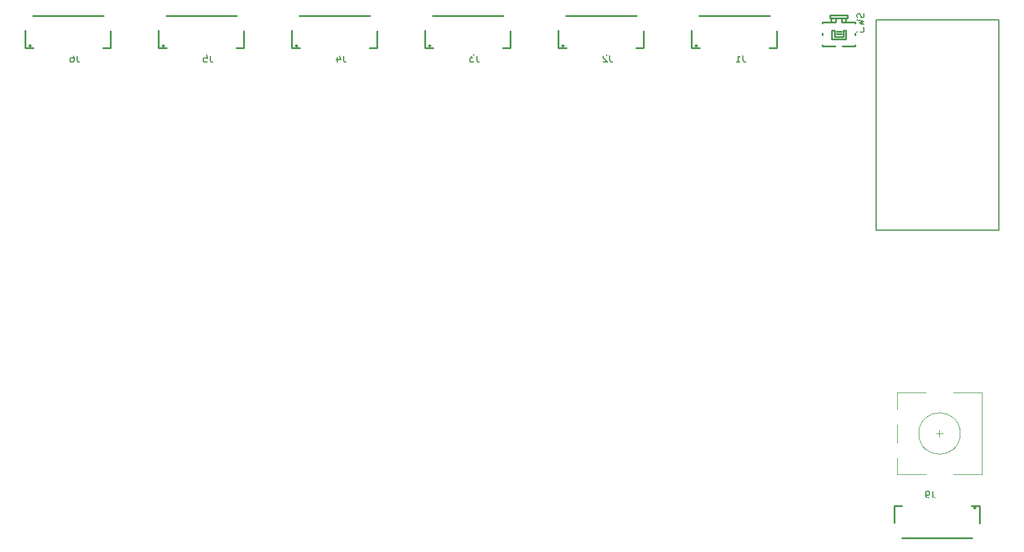
<source format=gbo>
G04 #@! TF.GenerationSoftware,KiCad,Pcbnew,7.0.8*
G04 #@! TF.CreationDate,2023-10-21T22:21:03-07:00*
G04 #@! TF.ProjectId,Seismos_5CoreL,53656973-6d6f-4735-9f35-436f72654c2e,rev?*
G04 #@! TF.SameCoordinates,Original*
G04 #@! TF.FileFunction,Legend,Bot*
G04 #@! TF.FilePolarity,Positive*
%FSLAX46Y46*%
G04 Gerber Fmt 4.6, Leading zero omitted, Abs format (unit mm)*
G04 Created by KiCad (PCBNEW 7.0.8) date 2023-10-21 22:21:03*
%MOMM*%
%LPD*%
G01*
G04 APERTURE LIST*
G04 Aperture macros list*
%AMFreePoly0*
4,1,6,0.600000,0.200000,0.000000,-0.400000,-0.600000,0.200000,-0.600000,0.400000,0.600000,0.400000,0.600000,0.200000,0.600000,0.200000,$1*%
%AMFreePoly1*
4,1,6,0.600000,-0.250000,-0.600000,-0.250000,-0.600000,1.000000,0.000000,0.400000,0.600000,1.000000,0.600000,-0.250000,0.600000,-0.250000,$1*%
G04 Aperture macros list end*
%ADD10C,0.150000*%
%ADD11C,0.120000*%
%ADD12C,0.254000*%
%ADD13C,0.250000*%
%ADD14C,0.100000*%
%ADD15C,2.000000*%
%ADD16R,3.200000X2.000000*%
%ADD17C,1.200000*%
%ADD18O,2.500000X1.700000*%
%ADD19C,3.200000*%
%ADD20R,1.700000X1.700000*%
%ADD21O,1.700000X1.700000*%
%ADD22C,0.900000*%
%ADD23C,1.400000*%
%ADD24C,1.600000*%
%ADD25R,1.600000X1.600000*%
%ADD26FreePoly0,270.000000*%
%ADD27FreePoly0,90.000000*%
%ADD28FreePoly1,90.000000*%
%ADD29FreePoly1,270.000000*%
%ADD30R,0.600000X1.700000*%
%ADD31R,1.200000X1.800000*%
%ADD32R,1.550000X1.000000*%
G04 APERTURE END LIST*
D10*
X40939160Y-26109819D02*
X40939160Y-26824104D01*
X40939160Y-26824104D02*
X40986779Y-26966961D01*
X40986779Y-26966961D02*
X41082017Y-27062200D01*
X41082017Y-27062200D02*
X41224874Y-27109819D01*
X41224874Y-27109819D02*
X41320112Y-27109819D01*
X40034398Y-26109819D02*
X40224874Y-26109819D01*
X40224874Y-26109819D02*
X40320112Y-26157438D01*
X40320112Y-26157438D02*
X40367731Y-26205057D01*
X40367731Y-26205057D02*
X40462969Y-26347914D01*
X40462969Y-26347914D02*
X40510588Y-26538390D01*
X40510588Y-26538390D02*
X40510588Y-26919342D01*
X40510588Y-26919342D02*
X40462969Y-27014580D01*
X40462969Y-27014580D02*
X40415350Y-27062200D01*
X40415350Y-27062200D02*
X40320112Y-27109819D01*
X40320112Y-27109819D02*
X40129636Y-27109819D01*
X40129636Y-27109819D02*
X40034398Y-27062200D01*
X40034398Y-27062200D02*
X39986779Y-27014580D01*
X39986779Y-27014580D02*
X39939160Y-26919342D01*
X39939160Y-26919342D02*
X39939160Y-26681247D01*
X39939160Y-26681247D02*
X39986779Y-26586009D01*
X39986779Y-26586009D02*
X40034398Y-26538390D01*
X40034398Y-26538390D02*
X40129636Y-26490771D01*
X40129636Y-26490771D02*
X40320112Y-26490771D01*
X40320112Y-26490771D02*
X40415350Y-26538390D01*
X40415350Y-26538390D02*
X40462969Y-26586009D01*
X40462969Y-26586009D02*
X40510588Y-26681247D01*
X60239160Y-26109819D02*
X60239160Y-26824104D01*
X60239160Y-26824104D02*
X60286779Y-26966961D01*
X60286779Y-26966961D02*
X60382017Y-27062200D01*
X60382017Y-27062200D02*
X60524874Y-27109819D01*
X60524874Y-27109819D02*
X60620112Y-27109819D01*
X59286779Y-26109819D02*
X59762969Y-26109819D01*
X59762969Y-26109819D02*
X59810588Y-26586009D01*
X59810588Y-26586009D02*
X59762969Y-26538390D01*
X59762969Y-26538390D02*
X59667731Y-26490771D01*
X59667731Y-26490771D02*
X59429636Y-26490771D01*
X59429636Y-26490771D02*
X59334398Y-26538390D01*
X59334398Y-26538390D02*
X59286779Y-26586009D01*
X59286779Y-26586009D02*
X59239160Y-26681247D01*
X59239160Y-26681247D02*
X59239160Y-26919342D01*
X59239160Y-26919342D02*
X59286779Y-27014580D01*
X59286779Y-27014580D02*
X59334398Y-27062200D01*
X59334398Y-27062200D02*
X59429636Y-27109819D01*
X59429636Y-27109819D02*
X59667731Y-27109819D01*
X59667731Y-27109819D02*
X59762969Y-27062200D01*
X59762969Y-27062200D02*
X59810588Y-27014580D01*
X154901700Y-20093673D02*
X154949319Y-20236530D01*
X154949319Y-20236530D02*
X154949319Y-20474625D01*
X154949319Y-20474625D02*
X154901700Y-20569863D01*
X154901700Y-20569863D02*
X154854080Y-20617482D01*
X154854080Y-20617482D02*
X154758842Y-20665101D01*
X154758842Y-20665101D02*
X154663604Y-20665101D01*
X154663604Y-20665101D02*
X154568366Y-20617482D01*
X154568366Y-20617482D02*
X154520747Y-20569863D01*
X154520747Y-20569863D02*
X154473128Y-20474625D01*
X154473128Y-20474625D02*
X154425509Y-20284149D01*
X154425509Y-20284149D02*
X154377890Y-20188911D01*
X154377890Y-20188911D02*
X154330271Y-20141292D01*
X154330271Y-20141292D02*
X154235033Y-20093673D01*
X154235033Y-20093673D02*
X154139795Y-20093673D01*
X154139795Y-20093673D02*
X154044557Y-20141292D01*
X154044557Y-20141292D02*
X153996938Y-20188911D01*
X153996938Y-20188911D02*
X153949319Y-20284149D01*
X153949319Y-20284149D02*
X153949319Y-20522244D01*
X153949319Y-20522244D02*
X153996938Y-20665101D01*
X153949319Y-20998435D02*
X154949319Y-21236530D01*
X154949319Y-21236530D02*
X154235033Y-21427006D01*
X154235033Y-21427006D02*
X154949319Y-21617482D01*
X154949319Y-21617482D02*
X153949319Y-21855578D01*
X153949319Y-22141292D02*
X153949319Y-22760339D01*
X153949319Y-22760339D02*
X154330271Y-22427006D01*
X154330271Y-22427006D02*
X154330271Y-22569863D01*
X154330271Y-22569863D02*
X154377890Y-22665101D01*
X154377890Y-22665101D02*
X154425509Y-22712720D01*
X154425509Y-22712720D02*
X154520747Y-22760339D01*
X154520747Y-22760339D02*
X154758842Y-22760339D01*
X154758842Y-22760339D02*
X154854080Y-22712720D01*
X154854080Y-22712720D02*
X154901700Y-22665101D01*
X154901700Y-22665101D02*
X154949319Y-22569863D01*
X154949319Y-22569863D02*
X154949319Y-22284149D01*
X154949319Y-22284149D02*
X154901700Y-22188911D01*
X154901700Y-22188911D02*
X154854080Y-22141292D01*
X137439160Y-26109819D02*
X137439160Y-26824104D01*
X137439160Y-26824104D02*
X137486779Y-26966961D01*
X137486779Y-26966961D02*
X137582017Y-27062200D01*
X137582017Y-27062200D02*
X137724874Y-27109819D01*
X137724874Y-27109819D02*
X137820112Y-27109819D01*
X136439160Y-27109819D02*
X137010588Y-27109819D01*
X136724874Y-27109819D02*
X136724874Y-26109819D01*
X136724874Y-26109819D02*
X136820112Y-26252676D01*
X136820112Y-26252676D02*
X136915350Y-26347914D01*
X136915350Y-26347914D02*
X137010588Y-26395533D01*
X164877506Y-89299819D02*
X164877506Y-90014104D01*
X164877506Y-90014104D02*
X164925125Y-90156961D01*
X164925125Y-90156961D02*
X165020363Y-90252200D01*
X165020363Y-90252200D02*
X165163220Y-90299819D01*
X165163220Y-90299819D02*
X165258458Y-90299819D01*
X164353696Y-90299819D02*
X164163220Y-90299819D01*
X164163220Y-90299819D02*
X164067982Y-90252200D01*
X164067982Y-90252200D02*
X164020363Y-90204580D01*
X164020363Y-90204580D02*
X163925125Y-90061723D01*
X163925125Y-90061723D02*
X163877506Y-89871247D01*
X163877506Y-89871247D02*
X163877506Y-89490295D01*
X163877506Y-89490295D02*
X163925125Y-89395057D01*
X163925125Y-89395057D02*
X163972744Y-89347438D01*
X163972744Y-89347438D02*
X164067982Y-89299819D01*
X164067982Y-89299819D02*
X164258458Y-89299819D01*
X164258458Y-89299819D02*
X164353696Y-89347438D01*
X164353696Y-89347438D02*
X164401315Y-89395057D01*
X164401315Y-89395057D02*
X164448934Y-89490295D01*
X164448934Y-89490295D02*
X164448934Y-89728390D01*
X164448934Y-89728390D02*
X164401315Y-89823628D01*
X164401315Y-89823628D02*
X164353696Y-89871247D01*
X164353696Y-89871247D02*
X164258458Y-89918866D01*
X164258458Y-89918866D02*
X164067982Y-89918866D01*
X164067982Y-89918866D02*
X163972744Y-89871247D01*
X163972744Y-89871247D02*
X163925125Y-89823628D01*
X163925125Y-89823628D02*
X163877506Y-89728390D01*
X98839160Y-26109819D02*
X98839160Y-26824104D01*
X98839160Y-26824104D02*
X98886779Y-26966961D01*
X98886779Y-26966961D02*
X98982017Y-27062200D01*
X98982017Y-27062200D02*
X99124874Y-27109819D01*
X99124874Y-27109819D02*
X99220112Y-27109819D01*
X98458207Y-26109819D02*
X97839160Y-26109819D01*
X97839160Y-26109819D02*
X98172493Y-26490771D01*
X98172493Y-26490771D02*
X98029636Y-26490771D01*
X98029636Y-26490771D02*
X97934398Y-26538390D01*
X97934398Y-26538390D02*
X97886779Y-26586009D01*
X97886779Y-26586009D02*
X97839160Y-26681247D01*
X97839160Y-26681247D02*
X97839160Y-26919342D01*
X97839160Y-26919342D02*
X97886779Y-27014580D01*
X97886779Y-27014580D02*
X97934398Y-27062200D01*
X97934398Y-27062200D02*
X98029636Y-27109819D01*
X98029636Y-27109819D02*
X98315350Y-27109819D01*
X98315350Y-27109819D02*
X98410588Y-27062200D01*
X98410588Y-27062200D02*
X98458207Y-27014580D01*
X79539160Y-26109819D02*
X79539160Y-26824104D01*
X79539160Y-26824104D02*
X79586779Y-26966961D01*
X79586779Y-26966961D02*
X79682017Y-27062200D01*
X79682017Y-27062200D02*
X79824874Y-27109819D01*
X79824874Y-27109819D02*
X79920112Y-27109819D01*
X78634398Y-26443152D02*
X78634398Y-27109819D01*
X78872493Y-26062200D02*
X79110588Y-26776485D01*
X79110588Y-26776485D02*
X78491541Y-26776485D01*
X118139160Y-26109819D02*
X118139160Y-26824104D01*
X118139160Y-26824104D02*
X118186779Y-26966961D01*
X118186779Y-26966961D02*
X118282017Y-27062200D01*
X118282017Y-27062200D02*
X118424874Y-27109819D01*
X118424874Y-27109819D02*
X118520112Y-27109819D01*
X117710588Y-26205057D02*
X117662969Y-26157438D01*
X117662969Y-26157438D02*
X117567731Y-26109819D01*
X117567731Y-26109819D02*
X117329636Y-26109819D01*
X117329636Y-26109819D02*
X117234398Y-26157438D01*
X117234398Y-26157438D02*
X117186779Y-26205057D01*
X117186779Y-26205057D02*
X117139160Y-26300295D01*
X117139160Y-26300295D02*
X117139160Y-26395533D01*
X117139160Y-26395533D02*
X117186779Y-26538390D01*
X117186779Y-26538390D02*
X117758207Y-27109819D01*
X117758207Y-27109819D02*
X117139160Y-27109819D01*
D11*
X171990000Y-86860000D02*
X171990000Y-75060000D01*
X167890000Y-86860000D02*
X171990000Y-86860000D01*
X167890000Y-75060000D02*
X171990000Y-75060000D01*
X166390000Y-80960000D02*
X165390000Y-80960000D01*
X165890000Y-81460000D02*
X165890000Y-80460000D01*
X163890000Y-86860000D02*
X159790000Y-86860000D01*
X159790000Y-86860000D02*
X159790000Y-84460000D01*
X159790000Y-82260000D02*
X159790000Y-79660000D01*
X159790000Y-77460000D02*
X159790000Y-75060000D01*
X159790000Y-75060000D02*
X163890000Y-75060000D01*
X168890000Y-80960000D02*
G75*
G03*
X168890000Y-80960000I-3000000J0D01*
G01*
D10*
X174526000Y-21016000D02*
X174526000Y-51496000D01*
X156746000Y-21016000D02*
X174526000Y-21016000D01*
X156746000Y-21016000D02*
X156746000Y-51496000D01*
X174526000Y-51496000D02*
X156746000Y-51496000D01*
D12*
X33450000Y-22538000D02*
X33450000Y-25078000D01*
X33450000Y-25078000D02*
X34619000Y-25078000D01*
X44681000Y-25078000D02*
X45790000Y-25078000D01*
X44758000Y-20400000D02*
X34542000Y-20400000D01*
X45790000Y-25078000D02*
X45790000Y-22641000D01*
X34275000Y-24760000D02*
G75*
G03*
X34275000Y-24760000I-125000J0D01*
G01*
X52750000Y-22538000D02*
X52750000Y-25078000D01*
X52750000Y-25078000D02*
X53919000Y-25078000D01*
X63981000Y-25078000D02*
X65090000Y-25078000D01*
X64058000Y-20400000D02*
X53842000Y-20400000D01*
X65090000Y-25078000D02*
X65090000Y-22641000D01*
X53575000Y-24760000D02*
G75*
G03*
X53575000Y-24760000I-125000J0D01*
G01*
X148937500Y-24799500D02*
X148937500Y-24630500D01*
X150748500Y-24799500D02*
X149001500Y-24799500D01*
X153637500Y-24799500D02*
X151826500Y-24799500D01*
X153637500Y-24630500D02*
X153637500Y-24799500D01*
X150271500Y-23811500D02*
X152303500Y-23811500D01*
X152303500Y-23811500D02*
X152303500Y-22541500D01*
X150652500Y-23430500D02*
X151922500Y-23430500D01*
X151922500Y-23430500D02*
X151922500Y-22541500D01*
X148937500Y-23168500D02*
X148937500Y-22930500D01*
X150906500Y-23049500D02*
X151668500Y-23049500D01*
X153637500Y-22930500D02*
X153637500Y-23168500D01*
X150906500Y-22668500D02*
X151668500Y-22668500D01*
X150271500Y-22541500D02*
X150271500Y-23811500D01*
X150271500Y-22541500D02*
X150652500Y-22541500D01*
X150652500Y-22541500D02*
X150652500Y-23430500D01*
X151922500Y-22541500D02*
X152303500Y-22541500D01*
X148937500Y-21468500D02*
X148937500Y-21299500D01*
X150748500Y-21299500D02*
X148937500Y-21299500D01*
X153637500Y-21299500D02*
X153637500Y-21468500D01*
X153637500Y-21299500D02*
X151826500Y-21299500D01*
X149987500Y-20763500D02*
X152587500Y-20763500D01*
X150196500Y-20763500D02*
X150196500Y-21299500D01*
X150858500Y-20763500D02*
X150858500Y-21299500D01*
X151713500Y-20763500D02*
X151713500Y-21299500D01*
X152281500Y-20763500D02*
X152281500Y-21299500D01*
X149987500Y-20299500D02*
X149987500Y-20763500D01*
X149987500Y-20299500D02*
X152587500Y-20299500D01*
X152587500Y-20299500D02*
X152587500Y-20763500D01*
X129950000Y-22538000D02*
X129950000Y-25078000D01*
X129950000Y-25078000D02*
X131119000Y-25078000D01*
X141181000Y-25078000D02*
X142290000Y-25078000D01*
X141258000Y-20400000D02*
X131042000Y-20400000D01*
X142290000Y-25078000D02*
X142290000Y-22641000D01*
X130775000Y-24760000D02*
G75*
G03*
X130775000Y-24760000I-125000J0D01*
G01*
X171700000Y-93962000D02*
X171700000Y-91422000D01*
X171700000Y-91422000D02*
X170531000Y-91422000D01*
X160469000Y-91422000D02*
X159360000Y-91422000D01*
X160392000Y-96100000D02*
X170608000Y-96100000D01*
X159360000Y-91422000D02*
X159360000Y-93859000D01*
X171125000Y-91740000D02*
G75*
G03*
X171125000Y-91740000I-125000J0D01*
G01*
X91350000Y-22538000D02*
X91350000Y-25078000D01*
X91350000Y-25078000D02*
X92519000Y-25078000D01*
X102581000Y-25078000D02*
X103690000Y-25078000D01*
X102658000Y-20400000D02*
X92442000Y-20400000D01*
X103690000Y-25078000D02*
X103690000Y-22641000D01*
X92175000Y-24760000D02*
G75*
G03*
X92175000Y-24760000I-125000J0D01*
G01*
X72050000Y-22538000D02*
X72050000Y-25078000D01*
X72050000Y-25078000D02*
X73219000Y-25078000D01*
X83281000Y-25078000D02*
X84390000Y-25078000D01*
X83358000Y-20400000D02*
X73142000Y-20400000D01*
X84390000Y-25078000D02*
X84390000Y-22641000D01*
X72875000Y-24760000D02*
G75*
G03*
X72875000Y-24760000I-125000J0D01*
G01*
X110650000Y-22538000D02*
X110650000Y-25078000D01*
X110650000Y-25078000D02*
X111819000Y-25078000D01*
X121881000Y-25078000D02*
X122990000Y-25078000D01*
X121958000Y-20400000D02*
X111742000Y-20400000D01*
X122990000Y-25078000D02*
X122990000Y-22641000D01*
X111475000Y-24760000D02*
G75*
G03*
X111475000Y-24760000I-125000J0D01*
G01*
%LPC*%
D13*
X166523000Y-22286000D02*
G75*
G03*
X166523000Y-22286000I-125000J0D01*
G01*
X164999000Y-22286000D02*
G75*
G03*
X164999000Y-22286000I-125000J0D01*
G01*
X166523000Y-24826000D02*
G75*
G03*
X166523000Y-24826000I-125000J0D01*
G01*
X164999000Y-24826000D02*
G75*
G03*
X164999000Y-24826000I-125000J0D01*
G01*
X166523000Y-27366000D02*
G75*
G03*
X166523000Y-27366000I-125000J0D01*
G01*
X164999000Y-27366000D02*
G75*
G03*
X164999000Y-27366000I-125000J0D01*
G01*
X166523000Y-29906000D02*
G75*
G03*
X166523000Y-29906000I-125000J0D01*
G01*
X164999000Y-29906000D02*
G75*
G03*
X164999000Y-29906000I-125000J0D01*
G01*
X166523000Y-32446000D02*
G75*
G03*
X166523000Y-32446000I-125000J0D01*
G01*
X164999000Y-32446000D02*
G75*
G03*
X164999000Y-32446000I-125000J0D01*
G01*
X166523000Y-34986000D02*
G75*
G03*
X166523000Y-34986000I-125000J0D01*
G01*
X164999000Y-34986000D02*
G75*
G03*
X164999000Y-34986000I-125000J0D01*
G01*
X166523000Y-37526000D02*
G75*
G03*
X166523000Y-37526000I-125000J0D01*
G01*
X164999000Y-37526000D02*
G75*
G03*
X164999000Y-37526000I-125000J0D01*
G01*
X166523000Y-40066000D02*
G75*
G03*
X166523000Y-40066000I-125000J0D01*
G01*
X164999000Y-40066000D02*
G75*
G03*
X164999000Y-40066000I-125000J0D01*
G01*
X166523000Y-42606000D02*
G75*
G03*
X166523000Y-42606000I-125000J0D01*
G01*
X164999000Y-42606000D02*
G75*
G03*
X164999000Y-42606000I-125000J0D01*
G01*
X166523000Y-45146000D02*
G75*
G03*
X166523000Y-45146000I-125000J0D01*
G01*
X164999000Y-45146000D02*
G75*
G03*
X164999000Y-45146000I-125000J0D01*
G01*
X166523000Y-47686000D02*
G75*
G03*
X166523000Y-47686000I-125000J0D01*
G01*
X164999000Y-47686000D02*
G75*
G03*
X164999000Y-47686000I-125000J0D01*
G01*
X166523000Y-50226000D02*
G75*
G03*
X166523000Y-50226000I-125000J0D01*
G01*
X164999000Y-50226000D02*
G75*
G03*
X164999000Y-50226000I-125000J0D01*
G01*
D14*
X160556000Y-22794000D02*
X159540000Y-22794000D01*
X159540000Y-21778000D01*
X160556000Y-21778000D01*
X160556000Y-22794000D01*
G36*
X160556000Y-22794000D02*
G01*
X159540000Y-22794000D01*
X159540000Y-21778000D01*
X160556000Y-21778000D01*
X160556000Y-22794000D01*
G37*
X171732000Y-22794000D02*
X170716000Y-22794000D01*
X170716000Y-21778000D01*
X171732000Y-21778000D01*
X171732000Y-22794000D01*
G36*
X171732000Y-22794000D02*
G01*
X170716000Y-22794000D01*
X170716000Y-21778000D01*
X171732000Y-21778000D01*
X171732000Y-22794000D01*
G37*
X160556000Y-25334000D02*
X159540000Y-25334000D01*
X159540000Y-24318000D01*
X160556000Y-24318000D01*
X160556000Y-25334000D01*
G36*
X160556000Y-25334000D02*
G01*
X159540000Y-25334000D01*
X159540000Y-24318000D01*
X160556000Y-24318000D01*
X160556000Y-25334000D01*
G37*
X171732000Y-25334000D02*
X170716000Y-25334000D01*
X170716000Y-24318000D01*
X171732000Y-24318000D01*
X171732000Y-25334000D01*
G36*
X171732000Y-25334000D02*
G01*
X170716000Y-25334000D01*
X170716000Y-24318000D01*
X171732000Y-24318000D01*
X171732000Y-25334000D01*
G37*
X160556000Y-27874000D02*
X159540000Y-27874000D01*
X159540000Y-26858000D01*
X160556000Y-26858000D01*
X160556000Y-27874000D01*
G36*
X160556000Y-27874000D02*
G01*
X159540000Y-27874000D01*
X159540000Y-26858000D01*
X160556000Y-26858000D01*
X160556000Y-27874000D01*
G37*
X171732000Y-27874000D02*
X170716000Y-27874000D01*
X170716000Y-26858000D01*
X171732000Y-26858000D01*
X171732000Y-27874000D01*
G36*
X171732000Y-27874000D02*
G01*
X170716000Y-27874000D01*
X170716000Y-26858000D01*
X171732000Y-26858000D01*
X171732000Y-27874000D01*
G37*
X160556000Y-30414000D02*
X159540000Y-30414000D01*
X159540000Y-29398000D01*
X160556000Y-29398000D01*
X160556000Y-30414000D01*
G36*
X160556000Y-30414000D02*
G01*
X159540000Y-30414000D01*
X159540000Y-29398000D01*
X160556000Y-29398000D01*
X160556000Y-30414000D01*
G37*
X171732000Y-30414000D02*
X170716000Y-30414000D01*
X170716000Y-29398000D01*
X171732000Y-29398000D01*
X171732000Y-30414000D01*
G36*
X171732000Y-30414000D02*
G01*
X170716000Y-30414000D01*
X170716000Y-29398000D01*
X171732000Y-29398000D01*
X171732000Y-30414000D01*
G37*
X160556000Y-32954000D02*
X159540000Y-32954000D01*
X159540000Y-31938000D01*
X160556000Y-31938000D01*
X160556000Y-32954000D01*
G36*
X160556000Y-32954000D02*
G01*
X159540000Y-32954000D01*
X159540000Y-31938000D01*
X160556000Y-31938000D01*
X160556000Y-32954000D01*
G37*
X171732000Y-32954000D02*
X170716000Y-32954000D01*
X170716000Y-31938000D01*
X171732000Y-31938000D01*
X171732000Y-32954000D01*
G36*
X171732000Y-32954000D02*
G01*
X170716000Y-32954000D01*
X170716000Y-31938000D01*
X171732000Y-31938000D01*
X171732000Y-32954000D01*
G37*
X160556000Y-35494000D02*
X159540000Y-35494000D01*
X159540000Y-34478000D01*
X160556000Y-34478000D01*
X160556000Y-35494000D01*
G36*
X160556000Y-35494000D02*
G01*
X159540000Y-35494000D01*
X159540000Y-34478000D01*
X160556000Y-34478000D01*
X160556000Y-35494000D01*
G37*
X171732000Y-35494000D02*
X170716000Y-35494000D01*
X170716000Y-34478000D01*
X171732000Y-34478000D01*
X171732000Y-35494000D01*
G36*
X171732000Y-35494000D02*
G01*
X170716000Y-35494000D01*
X170716000Y-34478000D01*
X171732000Y-34478000D01*
X171732000Y-35494000D01*
G37*
X160556000Y-38034000D02*
X159540000Y-38034000D01*
X159540000Y-37018000D01*
X160556000Y-37018000D01*
X160556000Y-38034000D01*
G36*
X160556000Y-38034000D02*
G01*
X159540000Y-38034000D01*
X159540000Y-37018000D01*
X160556000Y-37018000D01*
X160556000Y-38034000D01*
G37*
X171732000Y-38034000D02*
X170716000Y-38034000D01*
X170716000Y-37018000D01*
X171732000Y-37018000D01*
X171732000Y-38034000D01*
G36*
X171732000Y-38034000D02*
G01*
X170716000Y-38034000D01*
X170716000Y-37018000D01*
X171732000Y-37018000D01*
X171732000Y-38034000D01*
G37*
X160556000Y-40574000D02*
X159540000Y-40574000D01*
X159540000Y-39558000D01*
X160556000Y-39558000D01*
X160556000Y-40574000D01*
G36*
X160556000Y-40574000D02*
G01*
X159540000Y-40574000D01*
X159540000Y-39558000D01*
X160556000Y-39558000D01*
X160556000Y-40574000D01*
G37*
X171732000Y-40574000D02*
X170716000Y-40574000D01*
X170716000Y-39558000D01*
X171732000Y-39558000D01*
X171732000Y-40574000D01*
G36*
X171732000Y-40574000D02*
G01*
X170716000Y-40574000D01*
X170716000Y-39558000D01*
X171732000Y-39558000D01*
X171732000Y-40574000D01*
G37*
X160556000Y-43114000D02*
X159540000Y-43114000D01*
X159540000Y-42098000D01*
X160556000Y-42098000D01*
X160556000Y-43114000D01*
G36*
X160556000Y-43114000D02*
G01*
X159540000Y-43114000D01*
X159540000Y-42098000D01*
X160556000Y-42098000D01*
X160556000Y-43114000D01*
G37*
X171732000Y-43114000D02*
X170716000Y-43114000D01*
X170716000Y-42098000D01*
X171732000Y-42098000D01*
X171732000Y-43114000D01*
G36*
X171732000Y-43114000D02*
G01*
X170716000Y-43114000D01*
X170716000Y-42098000D01*
X171732000Y-42098000D01*
X171732000Y-43114000D01*
G37*
X160556000Y-45654000D02*
X159540000Y-45654000D01*
X159540000Y-44638000D01*
X160556000Y-44638000D01*
X160556000Y-45654000D01*
G36*
X160556000Y-45654000D02*
G01*
X159540000Y-45654000D01*
X159540000Y-44638000D01*
X160556000Y-44638000D01*
X160556000Y-45654000D01*
G37*
X171732000Y-45654000D02*
X170716000Y-45654000D01*
X170716000Y-44638000D01*
X171732000Y-44638000D01*
X171732000Y-45654000D01*
G36*
X171732000Y-45654000D02*
G01*
X170716000Y-45654000D01*
X170716000Y-44638000D01*
X171732000Y-44638000D01*
X171732000Y-45654000D01*
G37*
X160556000Y-48194000D02*
X159540000Y-48194000D01*
X159540000Y-47178000D01*
X160556000Y-47178000D01*
X160556000Y-48194000D01*
G36*
X160556000Y-48194000D02*
G01*
X159540000Y-48194000D01*
X159540000Y-47178000D01*
X160556000Y-47178000D01*
X160556000Y-48194000D01*
G37*
X171732000Y-48194000D02*
X170716000Y-48194000D01*
X170716000Y-47178000D01*
X171732000Y-47178000D01*
X171732000Y-48194000D01*
G36*
X171732000Y-48194000D02*
G01*
X170716000Y-48194000D01*
X170716000Y-47178000D01*
X171732000Y-47178000D01*
X171732000Y-48194000D01*
G37*
X160556000Y-50734000D02*
X159540000Y-50734000D01*
X159540000Y-49718000D01*
X160556000Y-49718000D01*
X160556000Y-50734000D01*
G36*
X160556000Y-50734000D02*
G01*
X159540000Y-50734000D01*
X159540000Y-49718000D01*
X160556000Y-49718000D01*
X160556000Y-50734000D01*
G37*
X171732000Y-50734000D02*
X170716000Y-50734000D01*
X170716000Y-49718000D01*
X171732000Y-49718000D01*
X171732000Y-50734000D01*
G36*
X171732000Y-50734000D02*
G01*
X170716000Y-50734000D01*
X170716000Y-49718000D01*
X171732000Y-49718000D01*
X171732000Y-50734000D01*
G37*
D15*
X173390000Y-83460000D03*
X173390000Y-78460000D03*
X173390000Y-80960000D03*
D16*
X165890000Y-86560000D03*
X165890000Y-75360000D03*
D15*
X158890000Y-78460000D03*
X158890000Y-83460000D03*
D17*
X173330000Y-67275000D03*
X166330000Y-67275000D03*
X173330000Y-69025000D03*
X166330000Y-69025000D03*
D18*
X164530000Y-71125000D03*
X168530000Y-71125000D03*
X171530000Y-71125000D03*
X163530000Y-66925000D03*
D19*
X156000000Y-64750000D03*
X87900000Y-26000000D03*
D20*
X160556000Y-53766000D03*
D21*
X163096000Y-53766000D03*
X165636000Y-53766000D03*
X168176000Y-53766000D03*
X170716000Y-53766000D03*
D22*
X174800000Y-61632000D03*
X174800000Y-58632000D03*
D19*
X49300000Y-26000000D03*
D23*
X168050500Y-58632000D03*
X168050500Y-60632000D03*
D19*
X126500000Y-26000000D03*
D24*
X173256000Y-22286000D03*
D25*
X173256000Y-22286000D03*
D26*
X171478000Y-22286000D03*
D27*
X159794000Y-22286000D03*
D24*
X158016000Y-22286000D03*
X173256000Y-24826000D03*
D26*
X171478000Y-24826000D03*
D27*
X159794000Y-24826000D03*
D24*
X158016000Y-24826000D03*
X173256000Y-27366000D03*
D26*
X171478000Y-27366000D03*
D27*
X159794000Y-27366000D03*
D24*
X158016000Y-27366000D03*
X173256000Y-29906000D03*
D26*
X171478000Y-29906000D03*
D27*
X159794000Y-29906000D03*
D24*
X158016000Y-29906000D03*
X173256000Y-32446000D03*
D26*
X171478000Y-32446000D03*
D27*
X159794000Y-32446000D03*
D24*
X158016000Y-32446000D03*
X173256000Y-34986000D03*
D26*
X171478000Y-34986000D03*
D27*
X159794000Y-34986000D03*
D24*
X158016000Y-34986000D03*
X173256000Y-37526000D03*
D26*
X171478000Y-37526000D03*
D27*
X159794000Y-37526000D03*
D24*
X158016000Y-37526000D03*
X173256000Y-40066000D03*
D26*
X171478000Y-40066000D03*
D27*
X159794000Y-40066000D03*
D24*
X158016000Y-40066000D03*
X173256000Y-42606000D03*
D26*
X171478000Y-42606000D03*
D27*
X159794000Y-42606000D03*
D24*
X158016000Y-42606000D03*
X173256000Y-45146000D03*
D26*
X171478000Y-45146000D03*
D27*
X159794000Y-45146000D03*
D24*
X158016000Y-45146000D03*
X173256000Y-47686000D03*
D26*
X171478000Y-47686000D03*
D27*
X159794000Y-47686000D03*
D24*
X158016000Y-47686000D03*
X173256000Y-50226000D03*
D26*
X171478000Y-50226000D03*
D27*
X159794000Y-50226000D03*
D24*
X158016000Y-50226000D03*
D28*
X160810000Y-22286000D03*
X160810000Y-24826000D03*
X160810000Y-27366000D03*
X160810000Y-29906000D03*
X160810000Y-32446000D03*
X160810000Y-34986000D03*
X160810000Y-37526000D03*
X160810000Y-40066000D03*
X160810000Y-42606000D03*
X160810000Y-45146000D03*
X160810000Y-47686000D03*
X160810000Y-50226000D03*
D29*
X170462000Y-50226000D03*
X170462000Y-47686000D03*
X170462000Y-45146000D03*
X170462000Y-42606000D03*
X170462000Y-40066000D03*
X170462000Y-37526000D03*
X170462000Y-34986000D03*
X170462000Y-32446000D03*
X170462000Y-29906000D03*
X170462000Y-27366000D03*
X170462000Y-24826000D03*
X170462000Y-22286000D03*
D19*
X154500000Y-92500000D03*
D30*
X35150000Y-25386000D03*
X36150000Y-25386000D03*
X37150000Y-25385000D03*
X38150000Y-25385000D03*
X39150000Y-25385000D03*
X40150000Y-25385000D03*
X41150000Y-25385000D03*
X42150000Y-25385000D03*
X43150000Y-25385000D03*
X44150000Y-25385000D03*
D31*
X33850000Y-21510000D03*
X45450000Y-21510000D03*
D30*
X54450000Y-25386000D03*
X55450000Y-25386000D03*
X56450000Y-25385000D03*
X57450000Y-25385000D03*
X58450000Y-25385000D03*
X59450000Y-25385000D03*
X60450000Y-25385000D03*
X61450000Y-25385000D03*
X62450000Y-25385000D03*
X63450000Y-25385000D03*
D31*
X53150000Y-21510000D03*
X64750000Y-21510000D03*
D22*
X151287500Y-24449500D03*
X151287500Y-21649500D03*
D32*
X153887500Y-23899500D03*
X153887500Y-22199500D03*
X148687500Y-23899500D03*
X148687500Y-22199500D03*
D30*
X131650000Y-25386000D03*
X132650000Y-25386000D03*
X133650000Y-25385000D03*
X134650000Y-25385000D03*
X135650000Y-25385000D03*
X136650000Y-25385000D03*
X137650000Y-25385000D03*
X138650000Y-25385000D03*
X139650000Y-25385000D03*
X140650000Y-25385000D03*
D31*
X130350000Y-21510000D03*
X141950000Y-21510000D03*
D30*
X170000000Y-91114000D03*
X169000000Y-91114000D03*
X168000000Y-91115000D03*
X167000000Y-91115000D03*
X166000000Y-91115000D03*
X165000000Y-91115000D03*
X164000000Y-91115000D03*
X163000000Y-91115000D03*
X162000000Y-91115000D03*
X161000000Y-91115000D03*
D31*
X171300000Y-94990000D03*
X159700000Y-94990000D03*
D30*
X93050000Y-25386000D03*
X94050000Y-25386000D03*
X95050000Y-25385000D03*
X96050000Y-25385000D03*
X97050000Y-25385000D03*
X98050000Y-25385000D03*
X99050000Y-25385000D03*
X100050000Y-25385000D03*
X101050000Y-25385000D03*
X102050000Y-25385000D03*
D31*
X91750000Y-21510000D03*
X103350000Y-21510000D03*
D30*
X73750000Y-25386000D03*
X74750000Y-25386000D03*
X75750000Y-25385000D03*
X76750000Y-25385000D03*
X77750000Y-25385000D03*
X78750000Y-25385000D03*
X79750000Y-25385000D03*
X80750000Y-25385000D03*
X81750000Y-25385000D03*
X82750000Y-25385000D03*
D31*
X72450000Y-21510000D03*
X84050000Y-21510000D03*
D30*
X112350000Y-25386000D03*
X113350000Y-25386000D03*
X114350000Y-25385000D03*
X115350000Y-25385000D03*
X116350000Y-25385000D03*
X117350000Y-25385000D03*
X118350000Y-25385000D03*
X119350000Y-25385000D03*
X120350000Y-25385000D03*
X121350000Y-25385000D03*
D31*
X111050000Y-21510000D03*
X122650000Y-21510000D03*
%LPD*%
M02*

</source>
